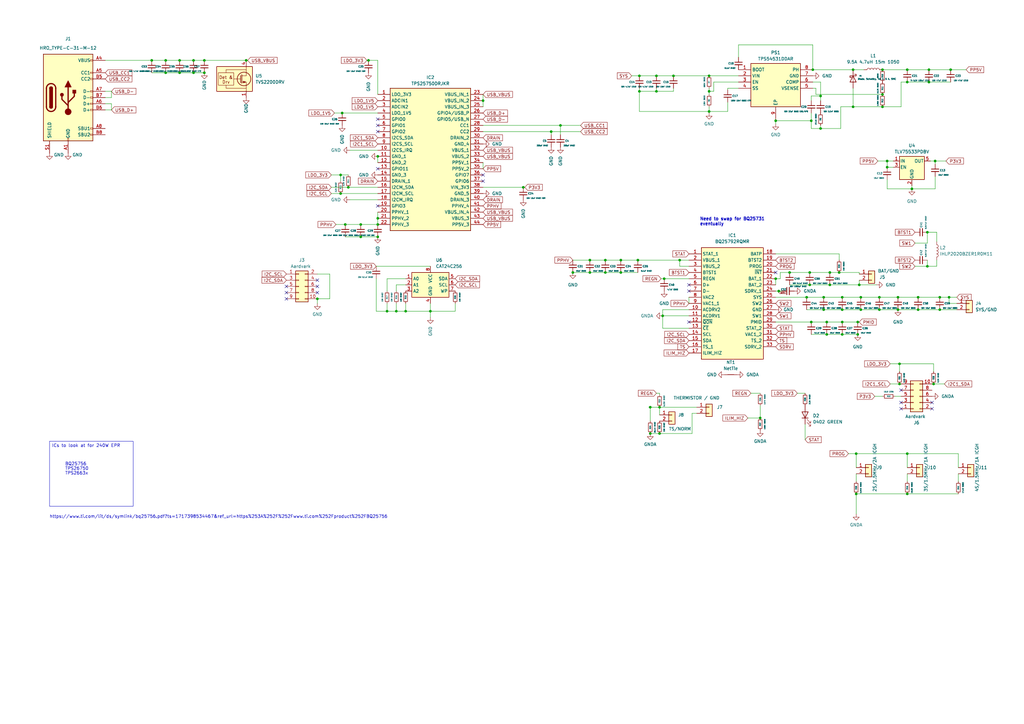
<source format=kicad_sch>
(kicad_sch (version 20230121) (generator eeschema)
  (paper "A3")
  (junction (at 368.3 127))
  (junction (at 368.935 157.48))
  (junction (at 385.445 127))
  (junction (at 147.955 97.155))
  (junction (at 318.135 49.53))
  (junction (at 79.375 29.845))
  (junction (at 332.105 111.76))
  (junction (at 290.83 37.465))
  (junction (at 345.44 127))
  (junction (at 262.255 37.465))
  (junction (at 344.17 111.76))
  (junction (at 248.285 106.68))
  (junction (at 340.36 111.76))
  (junction (at 360.68 127))
  (junction (at 383.54 66.04))
  (junction (at 241.935 106.68))
  (junction (at 349.885 43.815))
  (junction (at 372.11 33.655))
  (junction (at 278.765 106.68))
  (junction (at 372.11 28.575))
  (junction (at 269.24 37.465))
  (junction (at 154.94 97.155))
  (junction (at 166.37 127.635))
  (junction (at 340.36 116.84))
  (junction (at 139.7 79.375))
  (junction (at 372.11 202.565))
  (junction (at 176.53 127.635))
  (junction (at 62.23 24.765))
  (junction (at 290.83 45.72))
  (junction (at 272.415 114.3))
  (junction (at 198.12 41.275))
  (junction (at 241.935 111.76))
  (junction (at 353.06 121.92))
  (junction (at 147.955 92.075))
  (junction (at 385.445 121.92))
  (junction (at 361.95 28.575))
  (junction (at 351.155 202.565))
  (junction (at 270.51 167.005))
  (junction (at 140.335 46.355))
  (junction (at 83.82 29.845))
  (junction (at 361.95 38.735))
  (junction (at 142.875 76.835))
  (junction (at 351.79 132.08))
  (junction (at 254.635 111.76))
  (junction (at 339.09 137.16))
  (junction (at 261.62 106.68))
  (junction (at 141.605 92.075))
  (junction (at 333.375 28.575))
  (junction (at 363.855 66.04))
  (junction (at 380.365 95.25))
  (junction (at 100.965 24.765))
  (junction (at 290.83 31.115))
  (junction (at 83.82 24.765))
  (junction (at 381 33.655))
  (junction (at 214.63 76.835))
  (junction (at 368.3 121.92))
  (junction (at 319.405 119.38))
  (junction (at 374.015 77.47))
  (junction (at 276.225 31.115))
  (junction (at 380.365 109.22))
  (junction (at 330.835 121.92))
  (junction (at 266.7 177.8))
  (junction (at 151.13 24.765))
  (junction (at 345.44 132.08))
  (junction (at 254.635 106.68))
  (junction (at 73.66 29.845))
  (junction (at 271.78 129.54))
  (junction (at 361.95 43.815))
  (junction (at 229.87 51.435))
  (junction (at 351.79 137.16))
  (junction (at 381 28.575))
  (junction (at 389.255 121.92))
  (junction (at 389.89 28.575))
  (junction (at 158.75 127.635))
  (junction (at 345.44 137.16))
  (junction (at 336.55 39.37))
  (junction (at 270.51 177.8))
  (junction (at 363.855 68.58))
  (junction (at 360.68 121.92))
  (junction (at 67.945 24.765))
  (junction (at 376.555 127))
  (junction (at 162.56 127.635))
  (junction (at 339.09 132.08))
  (junction (at 351.155 186.055))
  (junction (at 336.55 52.705))
  (junction (at 318.135 114.3))
  (junction (at 337.82 121.92))
  (junction (at 345.44 121.92))
  (junction (at 382.905 157.48))
  (junction (at 311.785 171.45))
  (junction (at 376.555 121.92))
  (junction (at 349.885 28.575))
  (junction (at 332.74 49.53))
  (junction (at 266.7 167.005))
  (junction (at 353.06 127))
  (junction (at 372.11 186.055))
  (junction (at 73.66 24.765))
  (junction (at 323.85 111.76))
  (junction (at 139.7 71.755))
  (junction (at 154.94 92.075))
  (junction (at 269.24 31.115))
  (junction (at 248.285 111.76))
  (junction (at 337.82 127))
  (junction (at 226.06 53.975))
  (junction (at 332.105 116.84))
  (junction (at 234.95 111.76))
  (junction (at 262.255 31.115))
  (junction (at 352.425 116.84))
  (junction (at 154.94 64.135))
  (junction (at 332.74 132.08))
  (junction (at 154.94 89.535))
  (junction (at 130.175 122.555))
  (junction (at 368.935 149.225))
  (junction (at 79.375 24.765))
  (junction (at 67.945 29.845))
  (no_connect (at 369.57 167.64))
  (no_connect (at 130.175 117.475))
  (no_connect (at 369.57 165.1))
  (no_connect (at 318.135 111.76))
  (no_connect (at 369.57 160.02))
  (no_connect (at 282.575 132.08))
  (no_connect (at 154.94 48.895))
  (no_connect (at 117.475 120.015))
  (no_connect (at 382.27 167.64))
  (no_connect (at 282.575 119.38))
  (no_connect (at 130.175 120.015))
  (no_connect (at 117.475 122.555))
  (no_connect (at 117.475 117.475))
  (no_connect (at 154.94 84.455))
  (no_connect (at 382.27 165.1))
  (no_connect (at 154.94 53.975))
  (no_connect (at 198.12 74.295))
  (no_connect (at 154.94 69.215))
  (no_connect (at 282.575 116.84))
  (no_connect (at 198.12 71.755))
  (no_connect (at 154.94 51.435))
  (no_connect (at 130.175 114.935))
  (wire (pts (xy 374.015 77.47) (xy 374.015 76.2)))
  (wire (pts (xy 154.94 86.995) (xy 154.94 89.535)))
  (wire (pts (xy 349.885 43.815) (xy 361.95 43.815)))
  (wire (pts (xy 254.635 106.68) (xy 261.62 106.68)))
  (wire (pts (xy 262.255 37.465) (xy 262.255 45.72)))
  (wire (pts (xy 351.155 197.485) (xy 351.155 194.31)))
  (wire (pts (xy 166.37 127.635) (xy 166.37 124.46)))
  (wire (pts (xy 336.55 52.705) (xy 332.74 52.705)))
  (wire (pts (xy 349.885 36.195) (xy 349.885 43.815)))
  (wire (pts (xy 318.135 114.3) (xy 318.135 116.84)))
  (wire (pts (xy 318.135 121.92) (xy 330.835 121.92)))
  (wire (pts (xy 158.75 127.635) (xy 162.56 127.635)))
  (wire (pts (xy 320.04 114.3) (xy 318.135 114.3)))
  (wire (pts (xy 135.255 112.395) (xy 130.175 112.395)))
  (wire (pts (xy 372.11 197.485) (xy 372.11 194.31)))
  (wire (pts (xy 337.82 127) (xy 345.44 127)))
  (wire (pts (xy 363.855 68.58) (xy 366.395 68.58)))
  (wire (pts (xy 154.94 89.535) (xy 154.94 92.075)))
  (wire (pts (xy 269.24 37.465) (xy 276.225 37.465)))
  (wire (pts (xy 248.285 111.76) (xy 241.935 111.76)))
  (wire (pts (xy 330.835 121.92) (xy 337.82 121.92)))
  (wire (pts (xy 360.68 121.92) (xy 368.3 121.92)))
  (wire (pts (xy 392.43 121.92) (xy 389.255 121.92)))
  (wire (pts (xy 393.065 186.055) (xy 393.065 191.77)))
  (wire (pts (xy 351.155 186.055) (xy 372.11 186.055)))
  (wire (pts (xy 282.575 109.22) (xy 278.765 109.22)))
  (wire (pts (xy 333.375 33.655) (xy 336.55 33.655)))
  (wire (pts (xy 282.575 134.62) (xy 271.78 134.62)))
  (wire (pts (xy 384.175 109.22) (xy 380.365 109.22)))
  (wire (pts (xy 154.305 109.22) (xy 176.53 109.22)))
  (wire (pts (xy 323.85 111.76) (xy 332.105 111.76)))
  (wire (pts (xy 351.155 210.82) (xy 351.155 202.565)))
  (wire (pts (xy 248.285 106.68) (xy 254.635 106.68)))
  (wire (pts (xy 347.98 186.055) (xy 351.155 186.055)))
  (wire (pts (xy 306.705 171.45) (xy 311.785 171.45)))
  (wire (pts (xy 330.2 180.34) (xy 330.2 173.99)))
  (wire (pts (xy 375.285 99.695) (xy 380.365 99.695)))
  (wire (pts (xy 139.7 71.755) (xy 139.7 74.295)))
  (wire (pts (xy 62.23 24.765) (xy 67.945 24.765)))
  (wire (pts (xy 262.255 37.465) (xy 262.255 36.195)))
  (wire (pts (xy 380.365 99.695) (xy 380.365 95.25)))
  (wire (pts (xy 162.56 127.635) (xy 166.37 127.635)))
  (wire (pts (xy 339.09 137.16) (xy 332.74 137.16)))
  (wire (pts (xy 352.425 111.76) (xy 352.425 112.395)))
  (wire (pts (xy 67.945 29.845) (xy 62.23 29.845)))
  (wire (pts (xy 270.51 167.005) (xy 270.51 170.18)))
  (wire (pts (xy 381 33.655) (xy 372.11 33.655)))
  (wire (pts (xy 162.56 116.84) (xy 166.37 116.84)))
  (wire (pts (xy 393.065 197.485) (xy 393.065 194.31)))
  (wire (pts (xy 345.44 127) (xy 353.06 127)))
  (wire (pts (xy 368.935 149.225) (xy 382.905 149.225)))
  (wire (pts (xy 344.17 106.68) (xy 344.17 104.14)))
  (wire (pts (xy 384.175 106.68) (xy 384.175 109.22)))
  (wire (pts (xy 143.51 81.915) (xy 154.94 81.915)))
  (wire (pts (xy 271.78 129.54) (xy 271.78 127)))
  (wire (pts (xy 337.82 121.92) (xy 345.44 121.92)))
  (wire (pts (xy 234.95 106.68) (xy 241.935 106.68)))
  (wire (pts (xy 283.845 177.8) (xy 270.51 177.8)))
  (wire (pts (xy 266.7 167.005) (xy 266.7 172.72)))
  (wire (pts (xy 101.6 24.765) (xy 100.965 24.765)))
  (wire (pts (xy 332.105 111.76) (xy 340.36 111.76)))
  (wire (pts (xy 383.54 66.04) (xy 381.635 66.04)))
  (wire (pts (xy 332.74 132.08) (xy 339.09 132.08)))
  (wire (pts (xy 254.635 111.76) (xy 248.285 111.76)))
  (wire (pts (xy 142.875 76.835) (xy 154.94 76.835)))
  (wire (pts (xy 318.135 50.8) (xy 318.135 49.53)))
  (wire (pts (xy 238.125 51.435) (xy 229.87 51.435)))
  (wire (pts (xy 226.06 55.245) (xy 226.06 53.975)))
  (wire (pts (xy 368.935 152.4) (xy 368.935 149.225)))
  (wire (pts (xy 333.375 28.575) (xy 349.885 28.575)))
  (wire (pts (xy 270.51 161.29) (xy 269.24 161.29)))
  (wire (pts (xy 226.06 53.975) (xy 198.12 53.975)))
  (wire (pts (xy 158.75 127.635) (xy 158.75 124.46)))
  (wire (pts (xy 382.27 157.48) (xy 382.905 157.48)))
  (wire (pts (xy 166.37 114.3) (xy 158.75 114.3)))
  (wire (pts (xy 372.11 186.055) (xy 393.065 186.055)))
  (wire (pts (xy 367.03 162.56) (xy 369.57 162.56)))
  (wire (pts (xy 285.75 169.545) (xy 283.845 169.545)))
  (wire (pts (xy 333.375 18.415) (xy 333.375 28.575)))
  (wire (pts (xy 392.43 124.46) (xy 389.255 124.46)))
  (wire (pts (xy 139.7 79.375) (xy 154.94 79.375)))
  (wire (pts (xy 176.53 127.635) (xy 176.53 124.46)))
  (wire (pts (xy 186.69 127.635) (xy 176.53 127.635)))
  (wire (pts (xy 353.06 127) (xy 360.68 127)))
  (wire (pts (xy 290.83 36.195) (xy 290.83 37.465)))
  (wire (pts (xy 345.44 137.16) (xy 339.09 137.16)))
  (wire (pts (xy 79.375 29.845) (xy 73.66 29.845)))
  (wire (pts (xy 45.72 40.005) (xy 43.18 40.005)))
  (wire (pts (xy 358.775 162.56) (xy 361.95 162.56)))
  (wire (pts (xy 352.425 114.935) (xy 352.425 116.84)))
  (wire (pts (xy 135.89 71.755) (xy 139.7 71.755)))
  (wire (pts (xy 241.935 106.68) (xy 248.285 106.68)))
  (wire (pts (xy 344.805 52.705) (xy 344.805 43.815)))
  (wire (pts (xy 270.51 167.005) (xy 285.75 167.005)))
  (wire (pts (xy 332.74 49.53) (xy 332.74 46.355)))
  (wire (pts (xy 270.51 161.925) (xy 270.51 161.29)))
  (wire (pts (xy 186.69 124.46) (xy 186.69 127.635)))
  (wire (pts (xy 269.24 31.115) (xy 276.225 31.115)))
  (wire (pts (xy 261.62 106.68) (xy 278.765 106.68)))
  (wire (pts (xy 154.94 24.765) (xy 154.94 38.735)))
  (wire (pts (xy 282.575 124.46) (xy 282.575 121.92)))
  (wire (pts (xy 381 28.575) (xy 389.89 28.575)))
  (wire (pts (xy 276.225 31.115) (xy 290.83 31.115)))
  (wire (pts (xy 363.855 66.04) (xy 363.855 68.58)))
  (wire (pts (xy 43.18 24.765) (xy 62.23 24.765)))
  (wire (pts (xy 158.75 114.3) (xy 158.75 119.38)))
  (wire (pts (xy 320.04 111.76) (xy 323.85 111.76)))
  (wire (pts (xy 372.11 28.575) (xy 381 28.575)))
  (wire (pts (xy 135.255 122.555) (xy 135.255 112.395)))
  (wire (pts (xy 278.765 106.68) (xy 282.575 106.68)))
  (wire (pts (xy 344.805 43.815) (xy 349.885 43.815)))
  (wire (pts (xy 344.17 104.14) (xy 318.135 104.14)))
  (wire (pts (xy 276.225 37.465) (xy 276.225 36.195)))
  (wire (pts (xy 385.445 121.92) (xy 389.255 121.92)))
  (wire (pts (xy 214.63 76.835) (xy 198.12 76.835)))
  (wire (pts (xy 372.11 33.655) (xy 369.57 33.655)))
  (wire (pts (xy 292.735 33.655) (xy 302.895 33.655)))
  (wire (pts (xy 278.765 109.22) (xy 278.765 106.68)))
  (wire (pts (xy 382.905 157.48) (xy 387.35 157.48)))
  (wire (pts (xy 143.51 61.595) (xy 154.94 61.595)))
  (wire (pts (xy 360.045 66.04) (xy 363.855 66.04)))
  (wire (pts (xy 334.645 38.735) (xy 334.645 36.195)))
  (wire (pts (xy 302.895 23.495) (xy 302.895 18.415)))
  (wire (pts (xy 290.83 45.72) (xy 262.255 45.72)))
  (wire (pts (xy 238.125 53.975) (xy 226.06 53.975)))
  (wire (pts (xy 198.12 41.275) (xy 198.12 43.815)))
  (wire (pts (xy 344.17 111.76) (xy 352.425 111.76)))
  (wire (pts (xy 320.675 119.38) (xy 319.405 119.38)))
  (wire (pts (xy 43.18 37.465) (xy 45.72 37.465)))
  (wire (pts (xy 298.45 36.195) (xy 302.895 36.195)))
  (wire (pts (xy 359.41 116.84) (xy 352.425 116.84)))
  (wire (pts (xy 372.11 186.055) (xy 372.11 191.77)))
  (wire (pts (xy 363.855 73.66) (xy 363.855 77.47)))
  (wire (pts (xy 389.255 124.46) (xy 389.255 121.92)))
  (wire (pts (xy 290.83 46.355) (xy 290.83 45.72)))
  (wire (pts (xy 135.89 76.835) (xy 142.875 76.835)))
  (wire (pts (xy 323.85 116.84) (xy 332.105 116.84)))
  (wire (pts (xy 130.175 122.555) (xy 135.255 122.555)))
  (wire (pts (xy 45.72 45.085) (xy 43.18 45.085)))
  (wire (pts (xy 311.785 161.29) (xy 307.975 161.29)))
  (wire (pts (xy 319.405 119.38) (xy 319.405 120.015)))
  (wire (pts (xy 336.55 39.37) (xy 336.55 41.275)))
  (wire (pts (xy 351.79 137.16) (xy 345.44 137.16)))
  (wire (pts (xy 176.53 127.635) (xy 166.37 127.635)))
  (wire (pts (xy 137.795 92.075) (xy 141.605 92.075)))
  (wire (pts (xy 147.955 92.075) (xy 154.94 92.075)))
  (wire (pts (xy 261.62 111.76) (xy 254.635 111.76)))
  (wire (pts (xy 351.155 186.055) (xy 351.155 191.77)))
  (wire (pts (xy 311.785 171.45) (xy 311.785 166.37)))
  (wire (pts (xy 290.83 45.72) (xy 298.45 45.72)))
  (wire (pts (xy 380.365 109.22) (xy 380.365 106.68)))
  (wire (pts (xy 135.89 79.375) (xy 139.7 79.375)))
  (wire (pts (xy 269.24 37.465) (xy 269.24 36.195)))
  (wire (pts (xy 352.425 116.84) (xy 340.36 116.84)))
  (wire (pts (xy 368.3 121.92) (xy 376.555 121.92)))
  (wire (pts (xy 266.065 167.005) (xy 266.7 167.005)))
  (wire (pts (xy 396.24 28.575) (xy 389.89 28.575)))
  (wire (pts (xy 290.83 37.465) (xy 292.735 37.465)))
  (wire (pts (xy 198.12 38.735) (xy 198.12 41.275)))
  (wire (pts (xy 67.945 24.765) (xy 73.66 24.765)))
  (wire (pts (xy 83.82 29.845) (xy 79.375 29.845)))
  (wire (pts (xy 266.7 167.005) (xy 270.51 167.005)))
  (wire (pts (xy 271.78 127) (xy 282.575 127)))
  (wire (pts (xy 283.845 169.545) (xy 283.845 177.8)))
  (wire (pts (xy 372.11 28.575) (xy 361.95 28.575)))
  (wire (pts (xy 154.94 97.155) (xy 147.955 97.155)))
  (wire (pts (xy 361.95 43.815) (xy 369.57 43.815)))
  (wire (pts (xy 383.54 66.04) (xy 383.54 67.31)))
  (wire (pts (xy 154.94 64.135) (xy 154.94 66.675)))
  (wire (pts (xy 45.72 37.465) (xy 45.72 40.005)))
  (wire (pts (xy 271.78 134.62) (xy 271.78 129.54)))
  (wire (pts (xy 332.74 41.275) (xy 332.74 39.37)))
  (wire (pts (xy 162.56 127.635) (xy 162.56 124.46)))
  (wire (pts (xy 360.68 127) (xy 368.3 127)))
  (wire (pts (xy 365.125 149.225) (xy 368.935 149.225)))
  (wire (pts (xy 340.36 111.76) (xy 344.17 111.76)))
  (wire (pts (xy 382.905 149.225) (xy 382.905 152.4)))
  (wire (pts (xy 318.135 49.53) (xy 318.135 48.895)))
  (wire (pts (xy 162.56 119.38) (xy 162.56 116.84)))
  (wire (pts (xy 215.265 76.835) (xy 214.63 76.835)))
  (wire (pts (xy 384.175 95.25) (xy 380.365 95.25)))
  (wire (pts (xy 330.835 127) (xy 337.82 127)))
  (wire (pts (xy 330.2 161.29) (xy 327.025 161.29)))
  (wire (pts (xy 229.87 55.245) (xy 229.87 51.435)))
  (wire (pts (xy 292.735 37.465) (xy 292.735 33.655)))
  (wire (pts (xy 290.83 45.72) (xy 290.83 43.815)))
  (wire (pts (xy 383.54 77.47) (xy 374.015 77.47)))
  (wire (pts (xy 334.645 36.195) (xy 333.375 36.195)))
  (wire (pts (xy 198.12 66.675) (xy 198.12 69.215)))
  (wire (pts (xy 389.89 33.655) (xy 381 33.655)))
  (wire (pts (xy 272.415 114.3) (xy 282.575 114.3)))
  (wire (pts (xy 376.555 127) (xy 385.445 127)))
  (wire (pts (xy 271.78 129.54) (xy 282.575 129.54)))
  (wire (pts (xy 154.305 114.3) (xy 154.305 127.635)))
  (wire (pts (xy 262.255 31.115) (xy 269.24 31.115)))
  (wire (pts (xy 369.57 33.655) (xy 369.57 43.815)))
  (wire (pts (xy 150.495 24.765) (xy 151.13 24.765)))
  (wire (pts (xy 368.935 157.48) (xy 369.57 157.48)))
  (wire (pts (xy 387.985 66.04) (xy 383.54 66.04)))
  (wire (pts (xy 154.305 127.635) (xy 158.75 127.635)))
  (wire (pts (xy 332.74 39.37) (xy 336.55 39.37)))
  (wire (pts (xy 385.445 127) (xy 392.43 127)))
  (wire (pts (xy 334.645 38.735) (xy 361.95 38.735)))
  (wire (pts (xy 271.145 114.3) (xy 272.415 114.3)))
  (wire (pts (xy 141.605 97.155) (xy 147.955 97.155)))
  (wire (pts (xy 345.44 121.92) (xy 353.06 121.92)))
  (wire (pts (xy 318.135 132.08) (xy 332.74 132.08)))
  (wire (pts (xy 302.895 18.415) (xy 333.375 18.415)))
  (wire (pts (xy 375.285 109.22) (xy 380.365 109.22)))
  (wire (pts (xy 363.855 77.47) (xy 374.015 77.47)))
  (wire (pts (xy 320.04 111.76) (xy 320.04 114.3)))
  (wire (pts (xy 368.3 127) (xy 376.555 127)))
  (wire (pts (xy 270.51 177.8) (xy 266.7 177.8)))
  (wire (pts (xy 140.335 46.355) (xy 154.94 46.355)))
  (wire (pts (xy 176.53 130.175) (xy 176.53 127.635)))
  (wire (pts (xy 319.405 119.38) (xy 318.135 119.38)))
  (wire (pts (xy 352.425 132.08) (xy 351.79 132.08)))
  (wire (pts (xy 79.375 24.765) (xy 83.82 24.765)))
  (wire (pts (xy 372.11 202.565) (xy 351.155 202.565)))
  (wire (pts (xy 360.68 121.92) (xy 353.06 121.92)))
  (wire (pts (xy 365.125 157.48) (xy 368.935 157.48)))
  (wire (pts (xy 336.55 51.435) (xy 336.55 52.705)))
  (wire (pts (xy 336.55 52.705) (xy 344.805 52.705)))
  (wire (pts (xy 151.13 24.765) (xy 154.94 24.765)))
  (wire (pts (xy 345.44 132.08) (xy 351.79 132.08)))
  (wire (pts (xy 83.82 24.765) (xy 100.965 24.765)))
  (wire (pts (xy 45.72 42.545) (xy 45.72 45.085)))
  (wire (pts (xy 130.175 124.46) (xy 130.175 122.555)))
  (wire (pts (xy 298.45 45.72) (xy 298.45 41.91)))
  (wire (pts (xy 290.83 37.465) (xy 290.83 38.735)))
  (wire (pts (xy 298.45 36.83) (xy 298.45 36.195)))
  (wire (pts (xy 376.555 121.92) (xy 385.445 121.92)))
  (wire (pts (xy 43.18 42.545) (xy 45.72 42.545)))
  (wire (pts (xy 332.105 116.84) (xy 340.36 116.84)))
  (wire (pts (xy 262.255 37.465) (xy 269.24 37.465)))
  (wire (pts (xy 262.255 31.115) (xy 259.08 31.115)))
  (wire (pts (xy 332.74 52.705) (xy 332.74 49.53)))
  (wire (pts (xy 73.66 29.845) (xy 67.945 29.845)))
  (wire (pts (xy 339.09 132.08) (xy 345.44 132.08)))
  (wire (pts (xy 383.54 72.39) (xy 383.54 77.47)))
  (wire (pts (xy 363.855 66.04) (xy 366.395 66.04)))
  (wire (pts (xy 354.33 28.575) (xy 349.885 28.575)))
  (wire (pts (xy 290.83 31.115) (xy 302.895 31.115)))
  (wire (pts (xy 229.87 51.435) (xy 198.12 51.435)))
  (wire (pts (xy 73.66 24.765) (xy 79.375 24.765)))
  (wire (pts (xy 137.16 46.355) (xy 140.335 46.355)))
  (wire (pts (xy 372.11 202.565) (xy 393.065 202.565)))
  (wire (pts (xy 141.605 92.075) (xy 147.955 92.075)))
  (wire (pts (xy 241.935 111.76) (xy 234.95 111.76)))
  (wire (pts (xy 384.175 95.25) (xy 384.175 99.06)))
  (wire (pts (xy 332.74 49.53) (xy 318.135 49.53)))
  (wire (pts (xy 139.7 71.755) (xy 142.875 71.755)))
  (wire (pts (xy 336.55 33.655) (xy 336.55 39.37)))
  (text_box "ICs to look at for 240W EPR" (at 20.32 180.975 0) (size 34.29 26.67) (effects (font (size 1.27 1.27)) (justify left top)))
  (text "TPS26750" (at 26.67 193.04 0) (effects (font (size 1.27 1.27)) (justify left bottom)))
  (text "TPS2663x" (at 26.67 194.945 0) (effects (font (size 1.27 1.27)) (justify left bottom)))
  (text "BQ25756" (at 26.67 191.135 0) (effects (font (size 1.27 1.27)) (justify left bottom)))
  (text "Need to swap for BQ25731\neventually" (at 287.02 92.71 0) (effects (font (size 1.27 1.27) (thickness 0.254) bold) (justify left bottom)))
  (text "https://www.ti.com/lit/ds/symlink/bq25756.pdf?ts=1717398534467&ref_url=https%253A%252F%252Fwww.ti.com%252Fproduct%252FBQ25756" (at 20.32 212.725 0) (effects (font (size 1.27 1.27)) (justify left bottom)))
  (global_label "BTST2" (shape input) (at 318.135 106.68 0) (property "Intersheetrefs" "${INTERSHEET_REFS}" (effects hide)))
  (global_label "USB_D-" (shape input) (at 198.12 48.895 0) (property "Intersheetrefs" "${INTERSHEET_REFS}" (effects hide)))
  (global_label "USB_VBUS" (shape input) (at 198.12 89.535 0) (property "Intersheetrefs" "${INTERSHEET_REFS}" (effects hide)))
  (global_label "USB_D-" (shape input) (at 45.72 37.465 0) (property "Intersheetrefs" "${INTERSHEET_REFS}" (effects hide)))
  (global_label "TS" (shape input) (at 282.575 142.24 180) (property "Intersheetrefs" "${INTERSHEET_REFS}" (effects hide)))
  (global_label "PP5V" (shape input) (at 360.045 66.04 180) (property "Intersheetrefs" "${INTERSHEET_REFS}" (effects hide)))
  (global_label "PROG" (shape input) (at 347.98 186.055 180) (property "Intersheetrefs" "${INTERSHEET_REFS}" (effects hide)))
  (global_label "SW1" (shape input) (at 318.135 129.54 0) (property "Intersheetrefs" "${INTERSHEET_REFS}" (effects hide)))
  (global_label "REGN" (shape input) (at 269.24 161.29 180) (property "Intersheetrefs" "${INTERSHEET_REFS}" (effects hide)))
  (global_label "LDO_3V3" (shape input) (at 154.305 109.22 180) (property "Intersheetrefs" "${INTERSHEET_REFS}" (effects hide)))
  (global_label "STAT" (shape input) (at 318.135 134.62 0) (property "Intersheetrefs" "${INTERSHEET_REFS}" (effects hide)))
  (global_label "STAT" (shape input) (at 282.575 104.14 180) (property "Intersheetrefs" "${INTERSHEET_REFS}" (effects hide)))
  (global_label "P3V3" (shape input) (at 387.985 66.04 0) (property "Intersheetrefs" "${INTERSHEET_REFS}" (effects hide)))
  (global_label "I2C_SDA" (shape input) (at 186.69 114.3 0) (property "Intersheetrefs" "${INTERSHEET_REFS}" (effects hide)))
  (global_label "PMID" (shape input) (at 352.425 132.08 0) (property "Intersheetrefs" "${INTERSHEET_REFS}" (effects hide)))
  (global_label "SYS" (shape input) (at 392.43 121.92 0) (property "Intersheetrefs" "${INTERSHEET_REFS}" (effects hide)))
  (global_label "PPHV" (shape input) (at 282.575 124.46 180) (property "Intersheetrefs" "${INTERSHEET_REFS}" (effects hide)))
  (global_label "SW2" (shape input) (at 318.135 124.46 0) (property "Intersheetrefs" "${INTERSHEET_REFS}" (effects hide)))
  (global_label "I2C_SDA" (shape input) (at 117.475 114.935 180) (property "Intersheetrefs" "${INTERSHEET_REFS}" (effects hide)))
  (global_label "PPHV" (shape input) (at 137.795 92.075 180) (property "Intersheetrefs" "${INTERSHEET_REFS}" (effects hide)))
  (global_label "I2C1_SDA" (shape input) (at 387.35 157.48 0) (property "Intersheetrefs" "${INTERSHEET_REFS}" (effects hide)))
  (global_label "I2C1_SCL" (shape input) (at 365.125 157.48 180) (property "Intersheetrefs" "${INTERSHEET_REFS}" (effects hide)))
  (global_label "SDRV" (shape input) (at 319.405 120.015 0) (effects (font (size 0.5 0.5))) (property "Intersheetrefs" "${INTERSHEET_REFS}" (effects hide)))
  (global_label "I2C1_SDA" (shape input) (at 154.94 56.515 180) (property "Intersheetrefs" "${INTERSHEET_REFS}" (effects hide)))
  (global_label "SW1" (shape input) (at 375.285 99.695 180) (property "Intersheetrefs" "${INTERSHEET_REFS}" (effects hide)))
  (global_label "I2C_SDA" (shape input) (at 135.89 76.835 180) (property "Intersheetrefs" "${INTERSHEET_REFS}" (effects hide)))
  (global_label "LDO_3V3" (shape input) (at 150.495 24.765 180) (property "Intersheetrefs" "${INTERSHEET_REFS}" (effects hide)))
  (global_label "TS" (shape input) (at 318.135 139.7 0) (property "Intersheetrefs" "${INTERSHEET_REFS}" (effects hide)))
  (global_label "USB_D+" (shape input) (at 198.12 46.355 0) (property "Intersheetrefs" "${INTERSHEET_REFS}" (effects hide)))
  (global_label "PPHV" (shape input) (at 198.12 84.455 0) (property "Intersheetrefs" "${INTERSHEET_REFS}" (effects hide)))
  (global_label "USB_CC1" (shape input) (at 238.125 51.435 0) (property "Intersheetrefs" "${INTERSHEET_REFS}" (effects hide)))
  (global_label "USB_D+" (shape input) (at 45.72 45.085 0) (property "Intersheetrefs" "${INTERSHEET_REFS}" (effects hide)))
  (global_label "PPHV" (shape input) (at 234.95 106.68 180) (property "Intersheetrefs" "${INTERSHEET_REFS}" (effects hide)))
  (global_label "I2C_SCL" (shape input) (at 186.69 116.84 0) (property "Intersheetrefs" "${INTERSHEET_REFS}" (effects hide)))
  (global_label "I2C_SCL" (shape input) (at 117.475 112.395 180) (property "Intersheetrefs" "${INTERSHEET_REFS}" (effects hide)))
  (global_label "USB_VBUS" (shape input) (at 198.12 86.995 0) (property "Intersheetrefs" "${INTERSHEET_REFS}" (effects hide)))
  (global_label "DRAIN" (shape input) (at 154.94 74.295 180) (property "Intersheetrefs" "${INTERSHEET_REFS}" (effects hide)))
  (global_label "USB_CC1" (shape input) (at 43.18 29.845 0) (property "Intersheetrefs" "${INTERSHEET_REFS}" (effects hide)))
  (global_label "I2C1_SCL" (shape input) (at 154.94 59.055 180) (property "Intersheetrefs" "${INTERSHEET_REFS}" (effects hide)))
  (global_label "LDO_3V3" (shape input) (at 135.89 71.755 180) (property "Intersheetrefs" "${INTERSHEET_REFS}" (effects hide)))
  (global_label "BTST2" (shape input) (at 375.285 106.68 180) (property "Intersheetrefs" "${INTERSHEET_REFS}" (effects hide)))
  (global_label "I2C_SCL" (shape input) (at 282.575 137.16 180) (property "Intersheetrefs" "${INTERSHEET_REFS}" (effects hide)))
  (global_label "SDRV" (shape input) (at 318.135 142.24 0) (property "Intersheetrefs" "${INTERSHEET_REFS}" (effects hide)))
  (global_label "USB_CC2" (shape input) (at 43.18 32.385 0) (property "Intersheetrefs" "${INTERSHEET_REFS}" (effects hide)))
  (global_label "BTST1" (shape input) (at 375.285 95.25 180) (property "Intersheetrefs" "${INTERSHEET_REFS}" (effects hide)))
  (global_label "USB_VBUS" (shape input) (at 198.12 61.595 0) (property "Intersheetrefs" "${INTERSHEET_REFS}" (effects hide)))
  (global_label "P3V3" (shape input) (at 358.775 162.56 180) (property "Intersheetrefs" "${INTERSHEET_REFS}" (effects hide)))
  (global_label "I2C_SDA" (shape input) (at 282.575 139.7 180) (property "Intersheetrefs" "${INTERSHEET_REFS}" (effects hide)))
  (global_label "USB_VBUS" (shape input) (at 101.6 24.765 0) (property "Intersheetrefs" "${INTERSHEET_REFS}" (effects hide)))
  (global_label "DRAIN" (shape input) (at 198.12 81.915 0) (property "Intersheetrefs" "${INTERSHEET_REFS}" (effects hide)))
  (global_label "REGN" (shape input) (at 307.975 161.29 180) (property "Intersheetrefs" "${INTERSHEET_REFS}" (effects hide)))
  (global_label "DRAIN" (shape input) (at 198.12 56.515 0) (property "Intersheetrefs" "${INTERSHEET_REFS}" (effects hide)))
  (global_label "PPHV" (shape input) (at 318.135 137.16 0) (property "Intersheetrefs" "${INTERSHEET_REFS}" (effects hide)))
  (global_label "ILIM_HIZ" (shape input) (at 282.575 144.78 180) (property "Intersheetrefs" "${INTERSHEET_REFS}" (effects hide)))
  (global_label "P3V3" (shape input) (at 215.265 76.835 0) (property "Intersheetrefs" "${INTERSHEET_REFS}" (effects hide)))
  (global_label "SYS" (shape input) (at 259.08 31.115 180) (property "Intersheetrefs" "${INTERSHEET_REFS}" (effects hide)))
  (global_label "LDO_1V5" (shape input) (at 154.94 41.275 180) (property "Intersheetrefs" "${INTERSHEET_REFS}" (effects hide)))
  (global_label "SW2" (shape input) (at 375.285 109.22 180) (property "Intersheetrefs" "${INTERSHEET_REFS}" (effects hide)))
  (global_label "PROG" (shape input) (at 318.135 109.22 0) (property "Intersheetrefs" "${INTERSHEET_REFS}" (effects hide)))
  (global_label "LDO_1V5" (shape input) (at 137.16 46.355 180) (property "Intersheetrefs" "${INTERSHEET_REFS}" (effects hide)))
  (global_label "PP5V" (shape input) (at 396.24 28.575 0) (property "Intersheetrefs" "${INTERSHEET_REFS}" (effects hide)))
  (global_label "REGN" (shape input) (at 271.145 114.3 180) (property "Intersheetrefs" "${INTERSHEET_REFS}" (effects hide)))
  (global_label "BTST1" (shape input) (at 282.575 111.76 180) (property "Intersheetrefs" "${INTERSHEET_REFS}" (effects hide)))
  (global_label "STAT" (shape input) (at 330.2 180.34 0) (property "Intersheetrefs" "${INTERSHEET_REFS}" (effects hide)))
  (global_label "PP5V" (shape input) (at 198.12 69.215 0) (property "Intersheetrefs" "${INTERSHEET_REFS}" (effects hide)))
  (global_label "USB_VBUS" (shape input) (at 198.12 38.735 0) (property "Intersheetrefs" "${INTERSHEET_REFS}" (effects hide)))
  (global_label "PP5V" (shape input) (at 198.12 92.075 0) (property "Intersheetrefs" "${INTERSHEET_REFS}" (effects hide)))
  (global_label "LDO_3V3" (shape input) (at 327.025 161.29 180) (property "Intersheetrefs" "${INTERSHEET_REFS}" (effects hide)))
  (global_label "USB_CC2" (shape input) (at 238.125 53.975 0) (property "Intersheetrefs" "${INTERSHEET_REFS}" (effects hide)))
  (global_label "I2C_SCL" (shape input) (at 135.89 79.375 180) (property "Intersheetrefs" "${INTERSHEET_REFS}" (effects hide)))
  (global_label "USB_VBUS" (shape input) (at 198.12 64.135 0) (property "Intersheetrefs" "${INTERSHEET_REFS}" (effects hide)))
  (global_label "LDO_3V3" (shape input) (at 365.125 149.225 180) (property "Intersheetrefs" "${INTERSHEET_REFS}" (effects hide)))
  (global_label "LDO_1V5" (shape input) (at 154.94 43.815 180) (property "Intersheetrefs" "${INTERSHEET_REFS}" (effects hide)))
  (global_label "ILIM_HIZ" (shape input) (at 306.705 171.45 180) (property "Intersheetrefs" "${INTERSHEET_REFS}" (effects hide)))
  (symbol (lib_id "power:GNDA") (at 271.78 129.54 270) (unit 1)
    (property "Reference" "#PWR026" (effects hide))
    (property "Value" "GNDA" (at 267.97 129.54 90) (effects (justify right)))
  )
  (symbol (lib_id "Device:C_Small") (at 151.13 27.305 0) (mirror y) (unit 1)
    (property "Reference" "C25" (at 149.225 27.305 0) (effects (font (size 0.75 0.75)) (justify left)))
    (property "Value" "10V 10uF 0402 X5R" (at 149.86 29.21 0) (effects (font (size 0.5 0.5)) (justify left)))
    (property "Footprint" "Capacitor_SMD:C_0402_1005Metric" (effects hide))
  )
  (symbol (lib_id "Device:R_Small") (at 290.83 33.655 180) (unit 1)
    (property "Reference" "R7" (at 290.83 33.655 90) (effects (font (size 0.5 0.5))))
    (property "Value" "665K 0603" (at 288.925 33.655 90) (effects (font (size 0.5 0.5))))
    (property "Footprint" "Resistor_SMD:R_0603_1608Metric" (effects hide))
  )
  (symbol (lib_id "power:GND") (at 351.79 137.16 0) (unit 1)
    (property "Reference" "#PWR027" (effects hide))
    (property "Value" "GND" (at 351.79 142.24 0))
  )
  (symbol (lib_id "power:GND") (at 368.3 127 0) (unit 1)
    (property "Reference" "#PWR030" (effects hide))
    (property "Value" "GND" (at 368.3 132.08 0))
  )
  (symbol (lib_id "Connector_Generic:Conn_01x02") (at 357.505 112.395 0) (unit 1)
    (property "Reference" "J5" (at 360.68 113.665 0) (effects (justify left)))
    (property "Value" "BAT/GND" (at 360.045 111.125 0) (effects (justify left)))
    (property "Footprint" "Connector_PinHeader_2.54mm:PinHeader_1x02_P2.54mm_Vertical" (effects hide))
  )
  (symbol (lib_id "Device:C_Small") (at 154.94 94.615 0) (mirror y) (unit 1)
    (property "Reference" "C29" (at 153.035 94.615 0) (effects (font (size 0.75 0.75)) (justify left)))
    (property "Value" "0.1uF 0402 X5R 35V" (at 153.67 96.52 0) (effects (font (size 0.5 0.5)) (justify left)))
    (property "Footprint" "Capacitor_SMD:C_0402_1005Metric" (effects hide))
  )
  (symbol (lib_id "Device:L") (at 384.175 102.87 0) (unit 1)
    (property "Reference" "L2" (at 385.445 101.6 0) (effects (justify left)))
    (property "Value" "IHLP2020BZER1R0M11" (at 385.445 104.14 0) (effects (justify left)))
    (property "Footprint" "Inductor_SMD:L_Vishay_IHLP-2020" (effects hide))
  )
  (symbol (lib_id "Device:R_Small") (at 266.7 175.26 0) (mirror x) (unit 1)
    (property "Reference" "R34" (at 266.7 175.26 90) (effects (font (size 0.5 0.5))))
    (property "Value" "30.1K 0402" (at 268.605 175.26 90) (effects (font (size 0.5 0.5))))
    (property "Footprint" "Resistor_SMD:R_0402_1005Metric" (effects hide))
  )
  (symbol (lib_id "Device:D_Schottky") (at 349.885 32.385 270) (unit 1)
    (property "Reference" "D1" (at 352.425 31.115 90) (effects (font (size 0.5 0.5)) (justify left)))
    (property "Value" "Diode, Schottky, 40 V, 5 A, SMC " (at 351.79 32.385 90) (effects (font (size 0.635 0.635)) (justify left)))
    (property "Footprint" "Diode_SMD:D_SMC" (effects hide))
  )
  (symbol (lib_id "power:GND") (at 198.12 59.055 90) (unit 1)
    (property "Reference" "#PWR04" (effects hide))
    (property "Value" "GND" (at 203.835 59.055 90))
  )
  (symbol (lib_id "BQ25792RQMR:BQ25792RQMR") (at 282.575 104.14 0) (unit 1)
    (property "Reference" "IC1" (at 300.355 96.52 0))
    (property "Value" "BQ25792RQMR" (at 300.355 99.06 0))
    (property "Footprint" "BQ25792RQMR:BQ25792RQMR" (effects hide))
    (property "Height" "1" (effects hide))
    (property "Mouser Part Number" "595-BQ25792RQMR" (effects hide))
    (property "Mouser Price/Stock" "https://www.mouser.co.uk/ProductDetail/Texas-Instruments/BQ25792RQMR?qs=81r%252BiQLm7BSrfMJlEm4Auw%3D%3D" (effects hide))
    (property "Manufacturer_Name" "Texas Instruments" (effects hide))
    (property "Manufacturer_Part_Number" "BQ25792RQMR" (effects hide))
  )
  (symbol (lib_id "Device:C_Small") (at 332.105 114.3 0) (unit 1)
    (property "Reference" "C50" (at 334.01 114.3 0) (effects (font (size 0.75 0.75)) (justify left)))
    (property "Value" "50V 10uF 0603" (at 333.375 116.205 0) (effects (font (size 0.5 0.5)) (justify left)))
    (property "Footprint" "Capacitor_SMD:C_0603_1608Metric" (effects hide))
  )
  (symbol (lib_id "Device:C_Small") (at 385.445 124.46 0) (unit 1)
    (property "Reference" "C59" (at 387.35 124.46 0) (effects (font (size 0.75 0.75)) (justify left)))
    (property "Value" "50V 10uF 0805" (at 386.715 126.365 0) (effects (font (size 0.5 0.5)) (justify left)))
    (property "Footprint" "Capacitor_SMD:C_0805_2012Metric" (effects hide))
  )
  (symbol (lib_id "power:GND") (at 272.415 119.38 0) (unit 1)
    (property "Reference" "#PWR028" (effects hide))
    (property "Value" "GND" (at 272.415 124.46 0))
  )
  (symbol (lib_id "Connector_Generic:Conn_01x02") (at 275.59 170.18 0) (unit 1)
    (property "Reference" "J8" (at 278.13 170.18 0) (effects (justify left)))
    (property "Value" "TS/NORM" (at 274.32 175.895 0) (effects (justify left)))
    (property "Footprint" "Connector_PinHeader_2.54mm:PinHeader_1x02_P2.54mm_Vertical" (effects hide))
  )
  (symbol (lib_id "power:GNDA") (at 382.27 162.56 90) (unit 1)
    (property "Reference" "#PWR035" (effects hide))
    (property "Value" "GNDA" (at 386.08 162.56 90) (effects (justify right)))
  )
  (symbol (lib_id "TPS54531DDAR:TPS54531DDAR") (at 302.895 28.575 0) (unit 1)
    (property "Reference" "PS1" (at 318.135 21.59 0))
    (property "Value" "TPS54531DDAR" (at 318.135 24.13 0))
    (property "Footprint" "TPS54531DDAR:SOIC127P600X170-9N" (effects hide))
    (property "Datasheet" "http://www.ti.com/lit/gpn/tps54531" (effects hide))
    (property "Height" "1.7" (effects hide))
    (property "Mouser Part Number" "595-TPS54531DDAR" (effects hide))
    (property "Mouser Price/Stock" "https://www.mouser.co.uk/ProductDetail/Texas-Instruments/TPS54531DDAR?qs=jA5Ki6243onykODzUePbag%3D%3D" (effects hide))
    (property "Manufacturer_Name" "Texas Instruments" (effects hide))
    (property "Manufacturer_Part_Number" "TPS54531DDAR" (effects hide))
  )
  (symbol (lib_id "Connector_Generic:Conn_02x05_Odd_Even") (at 374.65 162.56 0) (mirror x) (unit 1)
    (property "Reference" "J6" (at 375.92 173.355 0))
    (property "Value" "Aardvark " (at 375.92 170.815 0))
    (property "Footprint" "Connector_PinHeader_2.54mm:PinHeader_2x05_P2.54mm_Vertical" (effects hide))
  )
  (symbol (lib_id "power:GNDA") (at 266.7 177.8 0) (unit 1)
    (property "Reference" "#PWR036" (effects hide))
    (property "Value" "GNDA" (at 266.7 182.245 0))
  )
  (symbol (lib_id "TPS25750DRJKR:TPS25750DRJKR") (at 154.94 38.735 0) (unit 1)
    (property "Reference" "IC2" (at 176.53 31.75 0))
    (property "Value" "TPS25750DRJKR" (at 176.53 34.29 0))
    (property "Footprint" "TPS25750DRJKR:TPS25750DRJKR" (effects hide))
    (property "Datasheet" "https://www.ti.com/lit/ds/symlink/tps25750.pdf?ts=1610417214819&ref_url=https%253A%252F%252Fwww.ti.com%252Finterface%252Fusb%252Ftype-c-and-power-delivery%252Fproducts.html" (effects hide))
    (property "Height" "0.8" (effects hide))
    (property "Mouser Part Number" "595-TPS25750DRJKR" (effects hide))
    (property "Mouser Price/Stock" "https://www.mouser.co.uk/ProductDetail/Texas-Instruments/TPS25750DRJKR?qs=81r%252BiQLm7BQCKYuqi7XEAQ%3D%3D" (effects hide))
    (property "Manufacturer_Name" "Texas Instruments" (effects hide))
    (property "Manufacturer_Part_Number" "TPS25750DRJKR" (effects hide))
  )
  (symbol (lib_id "Device:R_Small") (at 361.95 41.275 180) (unit 1)
    (property "Reference" "R12" (at 361.95 41.275 90) (effects (font (size 0.5 0.5))))
    (property "Value" "1.96K 0603" (at 360.045 41.275 90) (effects (font (size 0.5 0.5))))
    (property "Footprint" "Resistor_SMD:R_0603_1608Metric" (effects hide))
  )
  (symbol (lib_id "Device:C_Small") (at 79.375 27.305 0) (mirror y) (unit 1)
    (property "Reference" "C56" (at 77.47 27.305 0) (effects (font (size 0.75 0.75)) (justify left)))
    (property "Value" "50V 0.01uF 0402 X7R" (at 78.105 29.21 0) (effects (font (size 0.5 0.5)) (justify left)))
    (property "Footprint" "Capacitor_SMD:C_0402_1005Metric" (effects hide))
  )
  (symbol (lib_id "Device:C_Small") (at 363.855 71.12 0) (mirror y) (unit 1)
    (property "Reference" "C12" (at 361.95 71.12 0) (effects (font (size 0.75 0.75)) (justify left)))
    (property "Value" "10uF 0603" (at 362.585 73.025 0) (effects (font (size 0.5 0.5)) (justify left)))
    (property "Footprint" "Capacitor_SMD:C_0603_1608Metric" (effects hide))
  )
  (symbol (lib_id "Device:R_Small") (at 311.785 163.83 0) (mirror x) (unit 1)
    (property "Reference" "R36" (at 311.785 163.83 90) (effects (font (size 0.5 0.5))))
    (property "Value" "137K 0603" (at 313.69 163.83 90) (effects (font (size 0.5 0.5))))
    (property "Footprint" "Resistor_SMD:R_0603_1608Metric" (effects hide))
  )
  (symbol (lib_id "Device:R_Small") (at 186.69 121.92 0) (mirror x) (unit 1)
    (property "Reference" "R28" (at 186.69 121.92 90) (effects (font (size 0.5 0.5))))
    (property "Value" "10K 0402" (at 188.595 121.92 90) (effects (font (size 0.5 0.5))))
    (property "Footprint" "Resistor_SMD:R_0402_1005Metric" (effects hide))
  )
  (symbol (lib_id "power:GND") (at 20.32 62.865 0) (unit 1)
    (property "Reference" "#PWR06" (effects hide))
    (property "Value" "GND" (at 24.13 63.5 0))
  )
  (symbol (lib_id "power:GND") (at 198.12 79.375 90) (unit 1)
    (property "Reference" "#PWR03" (effects hide))
    (property "Value" "GND" (at 203.835 79.375 90))
  )
  (symbol (lib_id "Device:C_Small") (at 376.555 124.46 0) (unit 1)
    (property "Reference" "C58" (at 378.46 124.46 0) (effects (font (size 0.75 0.75)) (justify left)))
    (property "Value" "50V 10uF 0805" (at 377.825 126.365 0) (effects (font (size 0.5 0.5)) (justify left)))
    (property "Footprint" "Capacitor_SMD:C_0805_2012Metric" (effects hide))
  )
  (symbol (lib_id "Device:C_Small") (at 140.335 48.895 0) (mirror y) (unit 1)
    (property "Reference" "C26" (at 138.43 48.895 0) (effects (font (size 0.75 0.75)) (justify left)))
    (property "Value" "10V 10uF 0402 X5R" (at 139.065 50.8 0) (effects (font (size 0.5 0.5)) (justify left)))
    (property "Footprint" "Capacitor_SMD:C_0402_1005Metric" (effects hide))
  )
  (symbol (lib_id "Device:C_Small") (at 377.825 95.25 90) (unit 1)
    (property "Reference" "C41" (at 377.825 93.345 0) (effects (font (size 0.75 0.75)) (justify left)))
    (property "Value" "0.047uF 0402" (at 379.73 93.98 0) (effects (font (size 0.5 0.5)) (justify left)))
    (property "Footprint" "Capacitor_SMD:C_0402_1005Metric" (effects hide))
  )
  (symbol (lib_id "Device:LED") (at 330.2 170.18 90) (unit 1)
    (property "Reference" "D2" (at 333.375 170.4975 90) (effects (justify right)))
    (property "Value" "0402 GREEN" (at 333.375 173.0375 90) (effects (justify right)))
    (property "Footprint" "LED_SMD:LED_0402_1005Metric" (effects hide))
  )
  (symbol (lib_id "Device:C_Small") (at 234.95 109.22 0) (unit 1)
    (property "Reference" "C31" (at 236.855 109.22 0) (effects (font (size 0.75 0.75)) (justify left)))
    (property "Value" "10uF 0603" (at 236.22 111.125 0) (effects (font (size 0.5 0.5)) (justify left)))
    (property "Footprint" "Capacitor_SMD:C_0603_1608Metric" (effects hide))
  )
  (symbol (lib_id "power:GND") (at 229.87 60.325 0) (unit 1)
    (property "Reference" "#PWR02" (effects hide))
    (property "Value" "GND" (at 229.87 66.04 90))
  )
  (symbol (lib_id "power:GND") (at 100.965 40.005 0) (unit 1)
    (property "Reference" "#PWR039" (effects hide))
    (property "Value" "GND" (at 100.965 44.45 90))
  )
  (symbol (lib_id "power:GNDA") (at 325.755 119.38 90) (unit 1)
    (property "Reference" "#PWR032" (effects hide))
    (property "Value" "GNDA" (at 329.565 119.38 90) (effects (justify right)))
  )
  (symbol (lib_id "Device:C_Small") (at 73.66 27.305 0) (mirror y) (unit 1)
    (property "Reference" "C55" (at 71.755 27.305 0) (effects (font (size 0.75 0.75)) (justify left)))
    (property "Value" "50V 0.01uF 0402 X7R" (at 72.39 29.21 0) (effects (font (size 0.5 0.5)) (justify left)))
    (property "Footprint" "Capacitor_SMD:C_0402_1005Metric" (effects hide))
  )
  (symbol (lib_id "Device:NetTie_2") (at 299.72 153.67 0) (unit 1) (in_bom no)
    (property "Reference" "NT1" (at 299.72 148.59 0))
    (property "Value" "NetTie" (at 299.72 151.13 0))
    (property "Footprint" "NetTie:NetTie-2_SMD_Pad2.0mm" (effects hide))
  )
  (symbol (lib_id "power:GND") (at 140.335 51.435 0) (unit 1)
    (property "Reference" "#PWR018" (effects hide))
    (property "Value" "GND" (at 140.335 57.15 90))
  )
  (symbol (lib_id "Device:C_Small") (at 330.835 124.46 0) (unit 1)
    (property "Reference" "C44" (at 332.74 124.46 0) (effects (font (size 0.75 0.75)) (justify left)))
    (property "Value" "50V 0.1uF 0402" (at 332.105 126.365 0) (effects (font (size 0.5 0.5)) (justify left)))
    (property "Footprint" "Capacitor_SMD:C_0402_1005Metric" (effects hide))
  )
  (symbol (lib_id "Device:R_Small") (at 142.875 74.295 180) (unit 1)
    (property "Reference" "R14" (at 142.875 74.295 90) (effects (font (size 0.5 0.5))))
    (property "Value" "2.2K 0402" (at 140.97 74.295 90) (effects (font (size 0.5 0.5))))
    (property "Footprint" "Resistor_SMD:R_0402_1005Metric" (effects hide))
  )
  (symbol (lib_id "Device:C_Small") (at 345.44 134.62 0) (unit 1)
    (property "Reference" "C37" (at 347.345 134.62 0) (effects (font (size 0.75 0.75)) (justify left)))
    (property "Value" "10uF 0603" (at 346.71 136.525 0) (effects (font (size 0.5 0.5)) (justify left)))
    (property "Footprint" "Capacitor_SMD:C_0603_1608Metric" (effects hide))
  )
  (symbol (lib_id "Device:C_Small") (at 323.85 114.3 0) (unit 1)
    (property "Reference" "C49" (at 325.755 114.3 0) (effects (font (size 0.75 0.75)) (justify left)))
    (property "Value" "50V 0.1uF 0402" (at 325.12 116.205 0) (effects (font (size 0.5 0.5)) (justify left)))
    (property "Footprint" "Capacitor_SMD:C_0402_1005Metric" (effects hide))
  )
  (symbol (lib_id "Device:C_Small") (at 83.82 27.305 0) (mirror y) (unit 1)
    (property "Reference" "C57" (at 81.915 27.305 0) (effects (font (size 0.75 0.75)) (justify left)))
    (property "Value" "50V 0.01uF 0402 X7R" (at 82.55 29.21 0) (effects (font (size 0.5 0.5)) (justify left)))
    (property "Footprint" "Capacitor_SMD:C_0402_1005Metric" (effects hide))
  )
  (symbol (lib_id "Device:R_Small") (at 158.75 121.92 180) (unit 1)
    (property "Reference" "R17" (at 158.75 121.92 90) (effects (font (size 0.5 0.5))))
    (property "Value" "10K 0402" (at 156.845 121.92 90) (effects (font (size 0.5 0.5))))
    (property "Footprint" "Resistor_SMD:R_0402_1005Metric" (effects hide))
  )
  (symbol (lib_id "Device:C_Small") (at 339.09 134.62 0) (unit 1)
    (property "Reference" "C38" (at 340.995 134.62 0) (effects (font (size 0.75 0.75)) (justify left)))
    (property "Value" "10uF 0603" (at 340.36 136.525 0) (effects (font (size 0.5 0.5)) (justify left)))
    (property "Footprint" "Capacitor_SMD:C_0603_1608Metric" (effects hide))
  )
  (symbol (lib_id "Device:R_Small") (at 372.11 200.025 0) (mirror x) (unit 1)
    (property "Reference" "R40" (at 372.11 200.025 90) (effects (font (size 0.5 0.5))))
    (property "Value" "10.5K 0603" (at 374.015 200.025 90) (effects (font (size 0.5 0.5))))
    (property "Footprint" "Resistor_SMD:R_0603_1608Metric" (effects hide))
  )
  (symbol (lib_id "Device:R_Small") (at 139.7 76.835 180) (unit 1)
    (property "Reference" "R13" (at 139.7 76.835 90) (effects (font (size 0.5 0.5))))
    (property "Value" "2.2K 0402" (at 137.795 76.835 90) (effects (font (size 0.5 0.5))))
    (property "Footprint" "Resistor_SMD:R_0402_1005Metric" (effects hide))
  )
  (symbol (lib_id "power:GND") (at 359.41 116.84 90) (unit 1)
    (property "Reference" "#PWR031" (effects hide))
    (property "Value" "GND" (at 363.22 116.84 90) (effects (justify right)))
  )
  (symbol (lib_id "Device:C_Small") (at 383.54 69.85 0) (unit 1)
    (property "Reference" "C13" (at 385.445 69.85 0) (effects (font (size 0.75 0.75)) (justify left)))
    (property "Value" "10uF 0603" (at 384.81 71.755 0) (effects (font (size 0.5 0.5)) (justify left)))
    (property "Footprint" "Capacitor_SMD:C_0603_1608Metric" (effects hide))
  )
  (symbol (lib_id "power:GND") (at 226.06 60.325 0) (mirror y) (unit 1)
    (property "Reference" "#PWR09" (effects hide))
    (property "Value" "GND" (at 226.06 66.04 90))
  )
  (symbol (lib_id "Memory_EEPROM:CAT24C256") (at 176.53 116.84 0) (unit 1)
    (property "Reference" "U6" (at 178.7241 106.68 0) (effects (justify left)))
    (property "Value" "CAT24C256" (at 178.7241 109.22 0) (effects (justify left)))
    (property "Footprint" "Package_SO:MSOP-8-1EP_3x3mm_P0.65mm_EP1.68x1.88mm" (effects hide))
    (property "Datasheet" "https://www.onsemi.cn/PowerSolutions/document/CAT24C256-D.PDF" (effects hide))
  )
  (symbol (lib_id "Device:C_Small") (at 241.935 109.22 0) (unit 1)
    (property "Reference" "C32" (at 243.84 109.22 0) (effects (font (size 0.75 0.75)) (justify left)))
    (property "Value" "10uF 0603" (at 243.205 111.125 0) (effects (font (size 0.5 0.5)) (justify left)))
    (property "Footprint" "Capacitor_SMD:C_0603_1608Metric" (effects hide))
  )
  (symbol (lib_id "Device:R_Small") (at 162.56 121.92 180) (unit 1)
    (property "Reference" "R16" (at 162.56 121.92 90) (effects (font (size 0.5 0.5))))
    (property "Value" "10K 0402" (at 160.655 121.92 90) (effects (font (size 0.5 0.5))))
    (property "Footprint" "Resistor_SMD:R_0402_1005Metric" (effects hide))
  )
  (symbol (lib_id "power:GND") (at 318.135 50.8 0) (unit 1)
    (property "Reference" "#PWR011" (effects hide))
    (property "Value" "GND" (at 318.135 55.245 0))
  )
  (symbol (lib_id "Device:C_Small") (at 381 31.115 0) (unit 1)
    (property "Reference" "C22" (at 382.905 31.115 0) (effects (font (size 0.75 0.75)) (justify left)))
    (property "Value" "10V 47uF 1210" (at 382.27 33.02 0) (effects (font (size 0.5 0.5)) (justify left)))
    (property "Footprint" "Capacitor_SMD:C_1210_3225Metric" (effects hide))
  )
  (symbol (lib_id "Device:C_Small") (at 332.74 134.62 0) (unit 1)
    (property "Reference" "C39" (at 334.645 134.62 0) (effects (font (size 0.75 0.75)) (justify left)))
    (property "Value" "0.1uF 0603" (at 334.01 136.525 0) (effects (font (size 0.5 0.5)) (justify left)))
    (property "Footprint" "Capacitor_SMD:C_0603_1608Metric" (effects hide))
  )
  (symbol (lib_id "Device:R_Small") (at 364.49 162.56 270) (mirror x) (unit 1)
    (property "Reference" "R32" (at 364.49 162.56 90) (effects (font (size 0.5 0.5))))
    (property "Value" "10.0 1206" (at 364.49 160.655 90) (effects (font (size 0.5 0.5))))
    (property "Footprint" "Resistor_SMD:R_1206_3216Metric" (effects hide))
  )
  (symbol (lib_id "Device:R_Small") (at 368.935 154.94 0) (mirror x) (unit 1)
    (property "Reference" "R31" (at 368.935 154.94 90) (effects (font (size 0.5 0.5))))
    (property "Value" "2.2K 0402" (at 370.84 154.94 90) (effects (font (size 0.5 0.5))))
    (property "Footprint" "Resistor_SMD:R_0402_1005Metric" (effects hide))
  )
  (symbol (lib_id "Device:R_Small") (at 311.785 173.99 0) (mirror x) (unit 1)
    (property "Reference" "R37" (at 311.785 173.99 90) (effects (font (size 0.5 0.5))))
    (property "Value" "100K 0603" (at 313.69 173.99 90) (effects (font (size 0.5 0.5))))
    (property "Footprint" "Resistor_SMD:R_0603_1608Metric" (effects hide))
  )
  (symbol (lib_id "Device:C_Small") (at 353.06 124.46 0) (unit 1)
    (property "Reference" "C46" (at 354.965 124.46 0) (effects (font (size 0.75 0.75)) (justify left)))
    (property "Value" "50V 10uF 0805" (at 354.33 126.365 0) (effects (font (size 0.5 0.5)) (justify left)))
    (property "Footprint" "Capacitor_SMD:C_0805_2012Metric" (effects hide))
  )
  (symbol (lib_id "Device:R_Small") (at 361.95 36.195 180) (unit 1)
    (property "Reference" "R11" (at 361.95 36.195 90) (effects (font (size 0.5 0.5))))
    (property "Value" "10.2K 0603" (at 360.045 36.195 90) (effects (font (size 0.5 0.5))))
    (property "Footprint" "Resistor_SMD:R_0603_1608Metric" (effects hide))
  )
  (symbol (lib_id "Device:R_Small") (at 270.51 175.26 0) (mirror x) (unit 1)
    (property "Reference" "R35" (at 270.51 175.26 90) (effects (font (size 0.5 0.5))))
    (property "Value" "10K 0402" (at 272.415 175.26 90) (effects (font (size 0.5 0.5))))
    (property "Footprint" "Resistor_SMD:R_0402_1005Metric" (effects hide))
  )
  (symbol (lib_id "Device:C_Small") (at 147.955 94.615 0) (mirror y) (unit 1)
    (property "Reference" "C28" (at 146.05 94.615 0) (effects (font (size 0.75 0.75)) (justify left)))
    (property "Value" "35V 22uF 0805 X5R" (at 146.685 96.52 0) (effects (font (size 0.5 0.5)) (justify left)))
    (property "Footprint" "Capacitor_SMD:C_0805_2012Metric" (effects hide))
  )
  (symbol (lib_id "Device:R_Small") (at 351.155 200.025 0) (mirror x) (unit 1)
    (property "Reference" "R39" (at 351.155 200.025 90) (effects (font (size 0.5 0.5))))
    (property "Value" "6.04K 0603" (at 353.06 200.025 90) (effects (font (size 0.5 0.5))))
    (property "Footprint" "Resistor_SMD:R_0603_1608Metric" (effects hide))
  )
  (symbol (lib_id "Device:C_Small") (at 62.23 27.305 0) (mirror y) (unit 1)
    (property "Reference" "C53" (at 60.325 27.305 0) (effects (font (size 0.75 0.75)) (justify left)))
    (property "Value" "50V 4.7uF 0603 X5R" (at 60.96 29.21 0) (effects (font (size 0.5 0.5)) (justify left)))
    (property "Footprint" "Capacitor_SMD:C_0603_1608Metric" (effects hide))
  )
  (symbol (lib_id "Device:R_Small") (at 393.065 200.025 0) (mirror x) (unit 1)
    (property "Reference" "R41" (at 393.065 200.025 90) (effects (font (size 0.5 0.5))))
    (property "Value" "17.4K 0603" (at 394.97 200.025 90) (effects (font (size 0.5 0.5))))
    (property "Footprint" "Resistor_SMD:R_0603_1608Metric" (effects hide))
  )
  (symbol (lib_id "Device:R_Small") (at 344.17 109.22 0) (mirror x) (unit 1)
    (property "Reference" "R29" (at 344.17 109.22 90) (effects (font (size 0.5 0.5))))
    (property "Value" "100 0603" (at 346.075 109.22 90) (effects (font (size 0.5 0.5))))
    (property "Footprint" "Resistor_SMD:R_0603_1608Metric" (effects hide))
  )
  (symbol (lib_id "power:GNDA") (at 351.155 210.82 0) (unit 1)
    (property "Reference" "#PWR038" (effects hide))
    (property "Value" "GNDA" (at 351.155 215.265 0))
  )
  (symbol (lib_id "Connector_Generic:Conn_01x02") (at 398.145 191.77 0) (unit 1)
    (property "Reference" "J11" (at 401.32 191.77 0) (effects (justify left)))
    (property "Value" "4S/1.5MHz/1A ICGH" (at 400.685 191.77 90))
    (property "Footprint" "Connector_PinHeader_2.54mm:PinHeader_1x02_P2.54mm_Vertical" (effects hide))
  )
  (symbol (lib_id "Device:C_Small") (at 214.63 79.375 0) (unit 1)
    (property "Reference" "C24" (at 216.535 79.375 0) (effects (font (size 0.75 0.75)) (justify left)))
    (property "Value" "10V 10uF 0402 X5R" (at 215.9 81.28 0) (effects (font (size 0.5 0.5)) (justify left)))
    (property "Footprint" "Capacitor_SMD:C_0402_1005Metric" (effects hide))
  )
  (symbol (lib_id "power:GND") (at 151.13 29.845 0) (unit 1)
    (property "Reference" "#PWR017" (effects hide))
    (property "Value" "GND" (at 151.13 35.56 90))
  )
  (symbol (lib_id "Device:C_Small") (at 332.74 43.815 0) (mirror y) (unit 1)
    (property "Reference" "C20" (at 330.835 43.815 0) (effects (font (size 0.75 0.75)) (justify left)))
    (property "Value" "50V 22pF 0603 C0G/NP0" (at 331.47 45.72 0) (effects (font (size 0.5 0.5)) (justify left)))
    (property "Footprint" "Capacitor_SMD:C_0603_1608Metric" (effects hide))
  )
  (symbol (lib_id "Device:C_Small") (at 336.55 43.815 0) (unit 1)
    (property "Reference" "C19" (at 338.455 43.815 0) (effects (font (size 0.75 0.75)) (justify left)))
    (property "Value" "50V 2.2nF 0805" (at 337.82 45.72 0) (effects (font (size 0.5 0.5)) (justify left)))
    (property "Footprint" "Capacitor_SMD:C_0805_2012Metric" (effects hide))
  )
  (symbol (lib_id "power:GNDA") (at 311.785 176.53 0) (unit 1)
    (property "Reference" "#PWR037" (effects hide))
    (property "Value" "GNDA" (at 311.785 180.975 0))
  )
  (symbol (lib_id "Device:C_Small") (at 248.285 109.22 0) (unit 1)
    (property "Reference" "C33" (at 250.19 109.22 0) (effects (font (size 0.75 0.75)) (justify left)))
    (property "Value" "10uF 0603" (at 249.555 111.125 0) (effects (font (size 0.5 0.5)) (justify left)))
    (property "Footprint" "Capacitor_SMD:C_0603_1608Metric" (effects hide))
  )
  (symbol (lib_id "power:GND") (at 214.63 81.915 0) (unit 1)
    (property "Reference" "#PWR016" (effects hide))
    (property "Value" "GND" (at 214.63 87.63 90))
  )
  (symbol (lib_id "Device:R_Small") (at 270.51 164.465 0) (mirror x) (unit 1)
    (property "Reference" "R33" (at 270.51 164.465 90) (effects (font (size 0.5 0.5))))
    (property "Value" "5.23K 0402" (at 272.415 164.465 90) (effects (font (size 0.5 0.5))))
    (property "Footprint" "Resistor_SMD:R_0402_1005Metric" (effects hide))
  )
  (symbol (lib_id "power:GND") (at 27.94 62.865 0) (unit 1)
    (property "Reference" "#PWR05" (effects hide))
    (property "Value" "GND" (at 31.75 63.5 0))
  )
  (symbol (lib_id "Device:C_Small") (at 229.87 57.785 0) (unit 1)
    (property "Reference" "C4" (at 231.775 57.785 0) (effects (font (size 0.75 0.75)) (justify left)))
    (property "Value" "330pF 0402" (at 231.14 59.69 0) (effects (font (size 0.5 0.5)) (justify left)))
    (property "Footprint" "Capacitor_SMD:C_0402_1005Metric" (effects hide))
  )
  (symbol (lib_id "power:GND") (at 374.015 77.47 0) (unit 1)
    (property "Reference" "#PWR010" (effects hide))
    (property "Value" "GND" (at 374.015 82.55 0))
  )
  (symbol (lib_id "Connector_Generic:Conn_01x02") (at 356.235 191.77 0) (unit 1)
    (property "Reference" "J9" (at 359.41 191.77 0) (effects (justify left)))
    (property "Value" "2S/1.5MHz/2A ICGH" (at 358.775 191.77 90))
    (property "Footprint" "Connector_PinHeader_2.54mm:PinHeader_1x02_P2.54mm_Vertical" (effects hide))
  )
  (symbol (lib_id "power:GND") (at 318.135 127 90) (unit 1)
    (property "Reference" "#PWR029" (effects hide))
    (property "Value" "GND" (at 321.31 127 90) (effects (justify right)))
  )
  (symbol (lib_id "power:GNDA") (at 302.26 153.67 90) (unit 1)
    (property "Reference" "#PWR033" (effects hide))
    (property "Value" "GNDA" (at 306.07 153.67 90) (effects (justify right)))
  )
  (symbol (lib_id "Device:C_Small") (at 276.225 33.655 0) (mirror y) (unit 1)
    (property "Reference" "C16" (at 274.32 33.655 0) (effects (font (size 0.75 0.75)) (justify left)))
    (property "Value" "50V 10nF 1210" (at 274.955 35.56 0) (effects (font (size 0.5 0.5)) (justify left)))
    (property "Footprint" "Capacitor_SMD:C_1210_3225Metric" (effects hide))
  )
  (symbol (lib_id "Connector:USB_C_Receptacle_USB2.0") (at 27.94 40.005 0) (unit 1)
    (property "Reference" "J1" (at 27.94 15.875 0))
    (property "Value" "HRO_TYPE-C-31-M-12" (at 27.94 19.685 0))
    (property "Footprint" "Connector_USB:USB_C_Receptacle_HRO_TYPE-C-31-M-12" (effects hide))
    (property "Datasheet" "https://www.usb.org/sites/default/files/documents/usb_type-c.zip" (effects hide))
  )
  (symbol (lib_id "Power_Protection:TVS2200DRV") (at 100.965 32.385 0) (unit 1)
    (property "Reference" "U5" (at 104.775 31.115 0) (effects (justify left)))
    (property "Value" "TVS2200DRV" (at 104.775 33.655 0) (effects (justify left)))
    (property "Footprint" "Package_SON:WSON-6-1EP_2x2mm_P0.65mm_EP1x1.6mm" (effects hide))
    (property "Datasheet" "http://www.ti.com/lit/ds/symlink/tvs2200.pdf" (effects hide))
  )
  (symbol (lib_id "Regulator_Linear:TLV75533PDBV") (at 374.015 68.58 0) (unit 1)
    (property "Reference" "U4" (at 374.015 59.69 0))
    (property "Value" "TLV75533PDBV" (at 374.015 62.23 0))
    (property "Footprint" "Package_TO_SOT_SMD:SOT-23-5" (effects hide))
    (property "Datasheet" "http://www.ti.com/lit/ds/symlink/tlv755p.pdf" (effects hide))
  )
  (symbol (lib_id "power:GND") (at 154.94 97.155 0) (unit 1)
    (property "Reference" "#PWR022" (effects hide))
    (property "Value" "GND" (at 154.94 102.87 90))
  )
  (symbol (lib_id "Device:C_Small") (at 67.945 27.305 0) (mirror y) (unit 1)
    (property "Reference" "C54" (at 66.04 27.305 0) (effects (font (size 0.75 0.75)) (justify left)))
    (property "Value" "50V 0.01uF 0402 X7R" (at 66.675 29.21 0) (effects (font (size 0.5 0.5)) (justify left)))
    (property "Footprint" "Capacitor_SMD:C_0402_1005Metric" (effects hide))
  )
  (symbol (lib_id "power:GND") (at 234.95 111.76 0) (unit 1)
    (property "Reference" "#PWR025" (effects hide))
    (property "Value" "GND" (at 234.95 116.84 0))
  )
  (symbol (lib_id "Device:C_Small") (at 337.82 124.46 0) (unit 1)
    (property "Reference" "C43" (at 339.725 124.46 0) (effects (font (size 0.75 0.75)) (justify left)))
    (property "Value" "50V 10uF 0805" (at 339.09 126.365 0) (effects (font (size 0.5 0.5)) (justify left)))
    (property "Footprint" "Capacitor_SMD:C_0805_2012Metric" (effects hide))
  )
  (symbol (lib_id "power:GND") (at 154.94 64.135 270) (unit 1)
    (property "Reference" "#PWR021" (effects hide))
    (property "Value" "GND" (at 149.225 64.135 90))
  )
  (symbol (lib_id "power:GND") (at 83.82 29.845 0) (unit 1)
    (property "Reference" "#PWR040" (effects hide))
    (property "Value" "GND" (at 83.82 34.925 90))
  )
  (symbol (lib_id "Device:C_Small") (at 389.89 31.115 0) (unit 1)
    (property "Reference" "C23" (at 391.795 31.115 0) (effects (font (size 0.75 0.75)) (justify left)))
    (property "Value" "10V 47uF 1210" (at 391.16 33.02 0) (effects (font (size 0.5 0.5)) (justify left)))
    (property "Footprint" "Capacitor_SMD:C_1210_3225Metric" (effects hide))
  )
  (symbol (lib_id "Device:R_Small") (at 382.905 154.94 0) (mirror x) (unit 1)
    (property "Reference" "R30" (at 382.905 154.94 90) (effects (font (size 0.5 0.5))))
    (property "Value" "2.2K 0402" (at 384.81 154.94 90) (effects (font (size 0.5 0.5))))
    (property "Footprint" "Resistor_SMD:R_0402_1005Metric" (effects hide))
  )
  (symbol (lib_id "Device:C_Small") (at 154.305 111.76 0) (mirror y) (unit 1)
    (property "Reference" "C30" (at 152.4 111.76 0) (effects (font (size 0.75 0.75)) (justify left)))
    (property "Value" "35V 0.1uF 0402" (at 153.035 113.665 0) (effects (font (size 0.5 0.5)) (justify left)))
    (property "Footprint" "Capacitor_SMD:C_0402_1005Metric" (effects hide))
  )
  (symbol (lib_id "Device:C_Small") (at 323.215 119.38 90) (unit 1)
    (property "Reference" "C52" (at 322.58 118.745 90) (effects (font (size 0.75 0.75)) (justify left)))
    (property "Value" "50V 1000pF 0402" (at 330.835 117.475 90) (effects (font (size 0.5 0.5)) (justify left)))
    (property "Footprint" "Capacitor_SMD:C_0402_1005Metric" (effects hide))
  )
  (symbol (lib_id "Device:C_Small") (at 298.45 39.37 0) (unit 1)
    (property "Reference" "C17" (at 300.355 39.37 0) (effects (font (size 0.75 0.75)) (justify left)))
    (property "Value" "100V 10nF 0603 X7R" (at 299.72 41.275 0) (effects (font (size 0.5 0.5)) (justify left)))
    (property "Footprint" "Capacitor_SMD:C_0603_1608Metric" (effects hide))
  )
  (symbol (lib_id "Device:R_Small") (at 290.83 41.275 180) (unit 1)
    (property "Reference" "R8" (at 290.83 41.275 90) (effects (font (size 0.5 0.5))))
    (property "Value" "130K 0603" (at 288.925 41.275 90) (effects (font (size 0.5 0.5))))
    (property "Footprint" "Resistor_SMD:R_0603_1608Metric" (effects hide))
  )
  (symbol (lib_id "Device:C_Small") (at 272.415 116.84 0) (unit 1)
    (property "Reference" "C40" (at 274.32 116.84 0) (effects (font (size 0.75 0.75)) (justify left)))
    (property "Value" "4.7uF 0603" (at 273.685 118.745 0) (effects (font (size 0.5 0.5)) (justify left)))
    (property "Footprint" "Capacitor_SMD:C_0603_1608Metric" (effects hide))
  )
  (symbol (lib_id "Device:C_Small") (at 269.24 33.655 0) (mirror y) (unit 1)
    (property "Reference" "C15" (at 267.335 33.655 0) (effects (font (size 0.75 0.75)) (justify left)))
    (property "Value" "50V 4.7uF 1210" (at 267.97 35.56 0) (effects (font (size 0.5 0.5)) (justify left)))
    (property "Footprint" "Capacitor_SMD:C_1210_3225Metric" (effects hide))
  )
  (symbol (lib_id "Device:C_Small") (at 340.36 114.3 0) (unit 1)
    (property "Reference" "C51" (at 342.265 114.3 0) (effects (font (size 0.75 0.75)) (justify left)))
    (property "Value" "50V 10uF 0603" (at 341.63 116.205 0) (effects (font (size 0.5 0.5)) (justify left)))
    (property "Footprint" "Capacitor_SMD:C_0603_1608Metric" (effects hide))
  )
  (symbol (lib_id "Device:R_Small") (at 336.55 48.895 180) (unit 1)
    (property "Reference" "R9" (at 336.55 48.895 90) (effects (font (size 0.5 0.5))))
    (property "Value" "37.4K 0603" (at 334.645 48.895 90) (effects (font (size 0.5 0.5))))
    (property "Footprint" "Resistor_SMD:R_0603_1608Metric" (effects hide))
  )
  (symbol (lib_id "Device:C_Small") (at 261.62 109.22 0) (unit 1)
    (property "Reference" "C35" (at 263.525 109.22 0) (effects (font (size 0.75 0.75)) (justify left)))
    (property "Value" "0.1uF 0402" (at 262.89 111.125 0) (effects (font (size 0.5 0.5)) (justify left)))
    (property "Footprint" "Capacitor_SMD:C_0402_1005Metric" (effects hide))
  )
  (symbol (lib_id "Device:C_Small") (at 368.3 124.46 0) (unit 1)
    (property "Reference" "C48" (at 370.205 124.46 0) (effects (font (size 0.75 0.75)) (justify left)))
    (property "Value" "50V 10uF 0805" (at 369.57 126.365 0) (effects (font (size 0.5 0.5)) (justify left)))
    (property "Footprint" "Capacitor_SMD:C_0805_2012Metric" (effects hide))
  )
  (symbol (lib_id "Device:C_Small") (at 372.11 31.115 0) (unit 1)
    (property "Reference" "C21" (at 374.015 31.115 0) (effects (font (size 0.75 0.75)) (justify left)))
    (property "Value" "TA 6.3V 100uF 1210" (at 373.38 33.02 0) (effects (font (size 0.5 0.5)) (justify left)))
    (property "Footprint" "Capacitor_SMD:C_1210_3225Metric" (effects hide))
  )
  (symbol (lib_id "power:GND") (at 290.83 46.355 0) (unit 1)
    (property "Reference" "#PWR014" (effects hide))
    (property "Value" "GND" (at 290.83 50.8 0))
  )
  (symbol (lib_id "Device:C_Small") (at 262.255 33.655 0) (mirror y) (unit 1)
    (property "Reference" "C14" (at 260.35 33.655 0) (effects (font (size 0.75 0.75)) (justify left)))
    (property "Value" "50V 4.7uF 1210" (at 260.985 35.56 0) (effects (font (size 0.5 0.5)) (justify left)))
    (property "Footprint" "Capacitor_SMD:C_1210_3225Metric" (effects hide))
  )
  (symbol (lib_id "Device:C_Small") (at 141.605 94.615 0) (mirror y) (unit 1)
    (property "Reference" "C27" (at 139.7 94.615 0) (effects (font (size 0.75 0.75)) (justify left)))
    (property "Value" "35V 22uF 0805 X5R" (at 140.335 96.52 0) (effects (font (size 0.5 0.5)) (justify left)))
    (property "Footprint" "Capacitor_SMD:C_0805_2012Metric" (effects hide))
  )
  (symbol (lib_id "power:GND") (at 176.53 130.175 0) (unit 1)
    (property "Reference" "#PWR023" (effects hide))
    (property "Value" "GND" (at 176.53 135.89 90))
  )
  (symbol (lib_id "Device:C_Small") (at 360.68 124.46 0) (unit 1)
    (property "Reference" "C47" (at 362.585 124.46 0) (effects (font (size 0.75 0.75)) (justify left)))
    (property "Value" "50V 10uF 0805" (at 361.95 126.365 0) (effects (font (size 0.5 0.5)) (justify left)))
    (property "Footprint" "Capacitor_SMD:C_0805_2012Metric" (effects hide))
  )
  (symbol (lib_id "Connector_Generic:Conn_01x02") (at 290.83 167.005 0) (unit 1)
    (property "Reference" "J7" (at 294.005 167.005 0) (effects (justify left)))
    (property "Value" "THERMISTOR / GND" (at 276.225 163.195 0) (effects (justify left)))
    (property "Footprint" "Connector_PinHeader_2.54mm:PinHeader_1x02_P2.54mm_Vertical" (effects hide))
  )
  (symbol (lib_id "Device:C_Small") (at 377.825 106.68 90) (unit 1)
    (property "Reference" "C42" (at 377.825 104.775 0) (effects (font (size 0.75 0.75)) (justify left)))
    (property "Value" "0.047uF 0402" (at 379.73 105.41 0) (effects (font (size 0.5 0.5)) (justify left)))
    (property "Footprint" "Capacitor_SMD:C_0402_1005Metric" (effects hide))
  )
  (symbol (lib_id "Device:C_Small") (at 351.79 134.62 0) (unit 1)
    (property "Reference" "C36" (at 353.695 134.62 0) (effects (font (size 0.75 0.75)) (justify left)))
    (property "Value" "10uF 0402" (at 353.06 136.525 0) (effects (font (size 0.5 0.5)) (justify left)))
    (property "Footprint" "Capacitor_SMD:C_0402_1005Metric" (effects hide))
  )
  (symbol (lib_id "Device:C_Small") (at 345.44 124.46 0) (unit 1)
    (property "Reference" "C45" (at 347.345 124.46 0) (effects (font (size 0.75 0.75)) (justify left)))
    (property "Value" "50V 10uF 0805" (at 346.71 126.365 0) (effects (font (size 0.5 0.5)) (justify left)))
    (property "Footprint" "Capacitor_SMD:C_0805_2012Metric" (effects hide))
  )
  (symbol (lib_id "Device:L") (at 358.14 28.575 90) (unit 1)
    (property "Reference" "L1" (at 358.14 22.86 90))
    (property "Value" "9.5A 4.7uH 15m 1050" (at 358.14 25.4 90))
    (property "Footprint" "Inductor_SMD:L_Wuerth_HCI-1050" (effects hide))
  )
  (symbol (lib_id "Device:C_Small") (at 226.06 57.785 0) (mirror y) (unit 1)
    (property "Reference" "C5" (at 224.155 57.785 0) (effects (font (size 0.75 0.75)) (justify left)))
    (property "Value" "330pF 0402" (at 224.79 59.69 0) (effects (font (size 0.5 0.5)) (justify left)))
    (property "Footprint" "Capacitor_SMD:C_0402_1005Metric" (effects hide))
  )
  (symbol (lib_id "Connector_Generic:Conn_01x02") (at 377.19 191.77 0) (unit 1)
    (property "Reference" "J10" (at 380.365 191.77 0) (effects (justify left)))
    (property "Value" "3S/1.5MHz/1A ICGH" (at 379.73 191.77 90))
    (property "Footprint" "Connector_PinHeader_2.54mm:PinHeader_1x02_P2.54mm_Vertical" (effects hide))
  )
  (symbol (lib_id "Device:C_Small") (at 254.635 109.22 0) (unit 1)
    (property "Reference" "C34" (at 256.54 109.22 0) (effects (font (size 0.75 0.75)) (justify left)))
    (property "Value" "10uF 0603" (at 255.905 111.125 0) (effects (font (size 0.5 0.5)) (justify left)))
    (property "Footprint" "Capacitor_SMD:C_0603_1608Metric" (effects hide))
  )
  (symbol (lib_id "Device:R_Small") (at 361.95 31.115 180) (unit 1)
    (property "Reference" "R10" (at 361.95 31.115 90) (effects (font (size 0.5 0.5))))
    (property "Value" "0603" (at 360.045 31.115 90) (effects (font (size 0.5 0.5))))
    (property "Footprint" "Resistor_SMD:R_0603_1608Metric" (effects hide))
  )
  (symbol (lib_id "power:GND") (at 130.175 124.46 0) (unit 1)
    (property "Reference" "#PWR024" (effects hide))
    (property "Value" "GND" (at 130.175 128.905 0))
  )
  (symbol (lib_id "Device:C_Small") (at 302.895 26.035 0) (mirror y) (unit 1)
    (property "Reference" "C18" (at 300.99 26.035 0) (effects (font (size 0.75 0.75)) (justify left)))
    (property "Value" "0.1uF 0402" (at 301.625 27.94 0) (effects (font (size 0.5 0.5)) (justify left)))
    (property "Footprint" "Capacitor_SMD:C_0402_1005Metric" (effects hide))
  )
  (symbol (lib_id "power:GND") (at 143.51 81.915 270) (unit 1)
    (property "Reference" "#PWR019" (effects hide))
    (property "Value" "GND" (at 137.795 81.915 90))
  )
  (symbol (lib_id "Connector_Generic:Conn_01x02") (at 397.51 124.46 0) (unit 1)
    (property "Reference" "J4" (at 400.05 124.46 0) (effects (justify left)))
    (property "Value" "SYS/GND" (at 400.05 127 0) (effects (justify left)))
    (property "Footprint" "Connector_PinHeader_2.54mm:PinHeader_1x02_P2.54mm_Vertical" (effects hide))
  )
  (symbol (lib_id "power:GND") (at 333.375 31.115 90) (unit 1)
    (property "Reference" "#PWR015" (effects hide))
    (property "Value" "GND" (at 337.185 31.115 90) (effects (justify right)))
  )
  (symbol (lib_id "Device:R_Small") (at 330.2 163.83 0) (mirror x) (unit 1)
    (property "Reference" "R38" (at 330.2 163.83 90) (effects (font (size 0.5 0.5))))
    (property "Value" "2.2K 0402" (at 332.105 163.83 90) (effects (font (size 0.5 0.5))))
    (property "Footprint" "Resistor_SMD:R_0402_1005Metric" (effects hide))
  )
  (symbol (lib_id "power:GND") (at 297.18 153.67 270) (unit 1)
    (property "Reference" "#PWR034" (effects hide))
    (property "Value" "GND" (at 294.005 153.67 90) (effects (justify right)))
  )
  (symbol (lib_id "Connector_Generic:Conn_02x05_Odd_Even") (at 122.555 117.475 0) (unit 1)
    (property "Reference" "J3" (at 123.825 106.68 0))
    (property "Value" "Aardvark " (at 123.825 109.22 0))
    (property "Footprint" "Connector_PinHeader_2.54mm:PinHeader_2x05_P2.54mm_Vertical" (effects hide))
  )
  (symbol (lib_id "Device:R_Small") (at 166.37 121.92 180) (unit 1)
    (property "Reference" "R15" (at 166.37 121.92 90) (effects (font (size 0.5 0.5))))
    (property "Value" "10K 0402" (at 164.465 121.92 90) (effects (font (size 0.5 0.5))))
    (property "Footprint" "Resistor_SMD:R_0402_1005Metric" (effects hide))
  )
  (symbol (lib_id "power:GND") (at 143.51 61.595 270) (unit 1)
    (property "Reference" "#PWR020" (effects hide))
    (property "Value" "GND" (at 137.795 61.595 90))
  )
  (symbol (lib_id "power:GND") (at 154.94 71.755 270) (unit 1)
    (property "Reference" "#PWR01" (effects hide))
    (property "Value" "GND" (at 149.225 71.755 90))
  )
)
</source>
